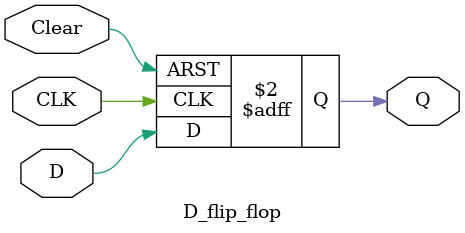
<source format=v>

`timescale 1ns / 1ps

module D_flip_flop(input CLK, input D, input Clear, output reg Q);

always @(posedge CLK or posedge Clear)
    if (Clear)
        Q <= 1'b0;
    else
        Q <= D;

endmodule

</source>
